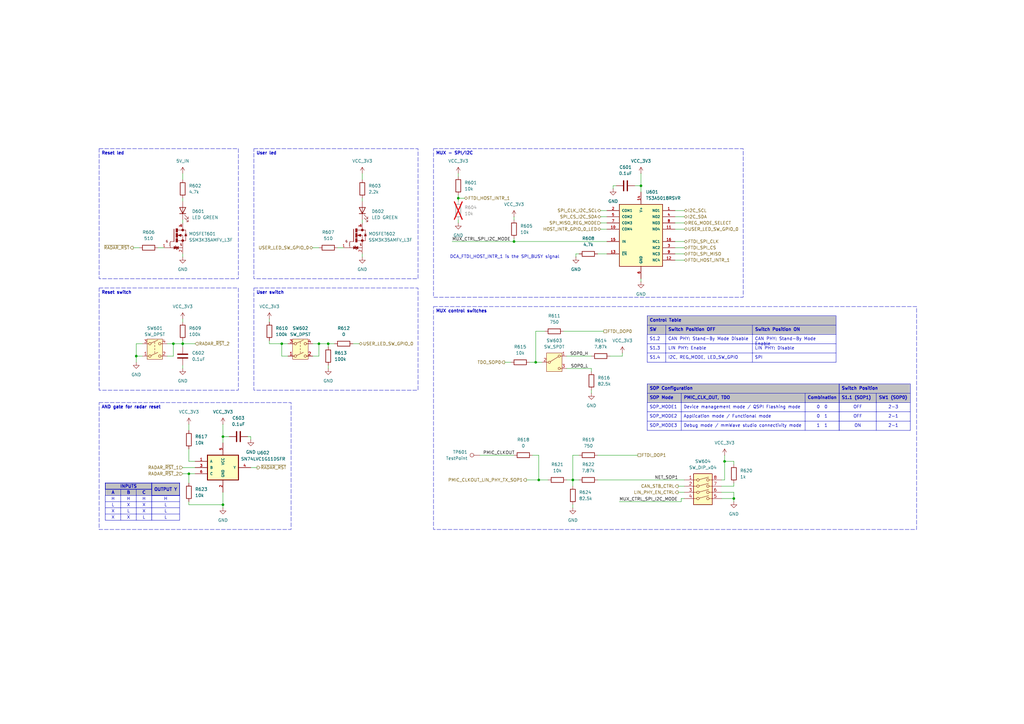
<source format=kicad_sch>
(kicad_sch (version 20250114) (generator "eeschema") (generator_version "9.0")
  (paper "A3")
  (title_block (title "Muxes") (date "2025-04-20") (rev "V1.0") (company "Designer: EV"))
  (lib_symbols
    (symbol "Connector:TestPoint" (pin_numbers (hide yes)) (pin_names (offset 0.762) (hide yes))
      (property "Reference" "TP" (at 0 6.858 0))
      (property "Value" "TestPoint" (at 0 5.08 0))
      (symbol "TestPoint_0_1"
        (circle (center 0 3.302) (radius 0.762))
      )
      (symbol "TestPoint_1_1"
        (pin passive line (at 0 0 90) (length 2.54) (name "1") (number "1"))
      )
    )
    (symbol "Device:C" (pin_numbers (hide yes)) (pin_names (offset 0.254))
      (property "Reference" "C" (at 0.635 2.54 0))
      (property "Value" "C" (at 0.635 -2.54 0))
      (symbol "C_0_1"
        (polyline (pts (xy -2.032 0.762) (xy 2.032 0.762)) (stroke (width 0.508)))
        (polyline (pts (xy -2.032 -0.762) (xy 2.032 -0.762)) (stroke (width 0.508)))
      )
      (symbol "C_1_1"
        (pin passive line (at 0 3.81 270) (length 2.794) (name "~") (number "1"))
        (pin passive line (at 0 -3.81 90) (length 2.794) (name "~") (number "2"))
      )
    )
    (symbol "Device:LED" (pin_numbers (hide yes)) (pin_names (offset 1.016) (hide yes))
      (property "Reference" "D" (at 0 2.54 0))
      (property "Value" "LED" (at 0 -2.54 0))
      (symbol "LED_0_1"
        (polyline (pts (xy -3.048 -0.762) (xy -4.572 -2.286) (xy -3.81 -2.286) (xy -4.572 -2.286) (xy -4.572 -1.524)))
        (polyline (pts (xy -1.778 -0.762) (xy -3.302 -2.286) (xy -2.54 -2.286) (xy -3.302 -2.286) (xy -3.302 -1.524)))
        (polyline (pts (xy -1.27 0) (xy 1.27 0)))
        (polyline (pts (xy -1.27 -1.27) (xy -1.27 1.27)) (stroke (width 0.254)))
        (polyline (pts (xy 1.27 -1.27) (xy 1.27 1.27) (xy -1.27 0) (xy 1.27 -1.27)) (stroke (width 0.254)))
      )
      (symbol "LED_1_1"
        (pin passive line (at -3.81 0 0) (length 2.54) (name "K") (number "1"))
        (pin passive line (at 3.81 0 180) (length 2.54) (name "A") (number "2"))
      )
    )
    (symbol "Device:R" (pin_numbers (hide yes)) (pin_names (offset 0))
      (property "Reference" "R" (at 2.032 0 90))
      (property "Value" "R" (at 0 0 90))
      (symbol "R_0_1"
        (rectangle (start -1.016 -2.54) (end 1.016 2.54) (stroke (width 0.254)))
      )
      (symbol "R_1_1"
        (pin passive line (at 0 3.81 270) (length 1.27) (name "~") (number "1"))
        (pin passive line (at 0 -3.81 90) (length 1.27) (name "~") (number "2"))
      )
    )
    (symbol "SN74LVC1G11DSFR:SN74LVC1G11DSFR" (pin_names (offset 1.016))
      (property "Reference" "U" (at 0 6.35 0))
      (property "Value" "SN74LVC1G11DSFR" (at 0 3.81 0))
      (symbol "SN74LVC1G11DSFR_0_0"
        (rectangle (start 5.08 2.54) (end 17.78 -7.62) (stroke (width 0.41)) (fill (type background)))
        (pin input line (at 0 0 0) (length 5.08) (name "A") (number "1"))
        (pin input line (at 0 -2.54 0) (length 5.08) (name "B") (number "3"))
        (pin input line (at 0 -5.08 0) (length 5.08) (name "C") (number "6"))
        (pin power_in line (at 11.43 7.62 270) (length 5.08) (name "VCC") (number "5"))
        (pin power_in line (at 11.43 -12.7 90) (length 5.08) (name "GND") (number "2"))
      )
      (symbol "SN74LVC1G11DSFR_1_0"
        (pin output line (at 22.86 -2.54 180) (length 5.08) (name "Y") (number "4"))
      )
    )
    (symbol "SSM3K35AMFV:SSM3K35AMFV_L3F" (pin_names (offset 1.016))
      (property "Reference" "MOSFET" (at 6.35 2.54 0))
      (property "Value" "SSM3K35AMFV_L3F" (at 6.35 0 0))
      (symbol "SSM3K35AMFV_L3F_0_0"
        (polyline (pts (xy -3.81 -5.08) (xy -5.08 -5.08)) (stroke (width 0.1524)))
        (polyline (pts (xy -2.794 -3.175) (xy -2.54 -3.429)) (stroke (width 0.1524)))
        (polyline (pts (xy -2.794 -3.683) (xy -2.54 -3.937)) (stroke (width 0.1524)))
        (polyline (pts (xy -2.794 -4.191) (xy -2.54 -4.445)) (stroke (width 0.1524)))
        (polyline (pts (xy -2.54 -2.54) (xy -2.54 -2.921)) (stroke (width 0.1524)))
        (polyline (pts (xy -2.54 -2.921) (xy -2.794 -3.175)) (stroke (width 0.1524)))
        (polyline (pts (xy -2.54 -3.429) (xy -2.794 -3.683)) (stroke (width 0.1524)))
        (polyline (pts (xy -2.54 -3.937) (xy -2.794 -4.191)) (stroke (width 0.1524)))
        (polyline (pts (xy -2.54 -4.445) (xy -2.54 -5.08)) (stroke (width 0.1524)))
        (polyline (pts (xy -2.54 -5.08) (xy -3.81 -5.08)) (stroke (width 0.1524)))
        (polyline (pts (xy -1.143 -5.08) (xy -2.54 -5.08)) (stroke (width 0.1524)))
        (polyline (pts (xy -1.016 2.54) (xy -1.016 -2.54)) (stroke (width 0.254)))
        (polyline (pts (xy -1.016 -2.54) (xy -2.54 -2.54)) (stroke (width 0.1524)))
        (rectangle (start -0.254 1.27) (end 0.508 2.794) (stroke (width 0.1)) (fill (type outline)))
        (rectangle (start -0.254 -0.889) (end 0.508 0.889) (stroke (width 0.1)) (fill (type outline)))
        (rectangle (start -0.254 -2.794) (end 0.508 -1.27) (stroke (width 0.1)) (fill (type outline)))
        (polyline (pts (xy -0.127 -4.572) (xy -0.508 -4.318)) (stroke (width 0.254)))
        (polyline (pts (xy -0.127 -4.572) (xy -0.127 -5.588)) (stroke (width 0.254)))
        (polyline (pts (xy -0.127 -5.08) (xy -1.016 -4.572) (xy -1.016 -5.588) (xy -0.127 -5.08)) (stroke (width 0.254)) (fill (type outline)))
        (polyline (pts (xy -0.127 -5.08) (xy 0.762 -4.572) (xy 0.762 -5.588) (xy -0.127 -5.08)) (stroke (width 0.254)) (fill (type outline)))
        (polyline (pts (xy -0.127 -5.588) (xy 0.254 -5.842)) (stroke (width 0.254)))
        (polyline (pts (xy 0.381 0) (xy 2.54 0)) (stroke (width 0.1524)))
        (polyline (pts (xy 0.508 -2.159) (xy 2.54 -2.159)) (stroke (width 0.1524)))
        (polyline (pts (xy 0.635 0) (xy 1.905 -0.508) (xy 1.905 0.508) (xy 0.635 0)) (stroke (width 0.1524)) (fill (type outline)))
        (polyline (pts (xy 0.889 -5.08) (xy 2.54 -5.08)) (stroke (width 0.1524)))
        (polyline (pts (xy 2.54 2.54) (xy 2.54 2.159)) (stroke (width 0.1524)))
        (polyline (pts (xy 2.54 2.159) (xy 0.5334 2.159)) (stroke (width 0.1524)))
        (circle (center 2.54 2.159) (radius 0.127) (stroke (width 0.4064)))
        (polyline (pts (xy 2.54 0) (xy 2.54 -2.159)) (stroke (width 0.1524)))
        (polyline (pts (xy 2.54 -2.159) (xy 2.54 -2.54)) (stroke (width 0.1524)))
        (circle (center 2.54 -2.159) (radius 0.127) (stroke (width 0.4064)))
        (polyline (pts (xy 2.54 -5.08) (xy 2.54 -1.778)) (stroke (width 0.1524)))
        (polyline (pts (xy 3.302 0.508) (xy 3.81 0.508)) (stroke (width 0.1524)))
        (polyline (pts (xy 3.81 2.159) (xy 2.54 2.159)) (stroke (width 0.1524)))
        (polyline (pts (xy 3.81 0.508) (xy 3.81 2.159)) (stroke (width 0.1524)))
        (polyline (pts (xy 3.81 0.508) (xy 4.318 0.508)) (stroke (width 0.1524)))
        (polyline (pts (xy 3.81 0.508) (xy 3.302 -0.254) (xy 4.318 -0.254) (xy 3.81 0.508)) (stroke (width 0.1524)) (fill (type outline)))
        (polyline (pts (xy 3.81 -2.159) (xy 2.54 -2.159)) (stroke (width 0.1524)))
        (polyline (pts (xy 3.81 -2.159) (xy 3.81 -0.127)) (stroke (width 0.1524)))
        (text "G" (at -4.445 -2.921 0) (effects (font (size 0.8128 0.8128)) (justify left bottom)))
        (text "D" (at 1.397 3.556 0) (effects (font (size 0.8128 0.8128)) (justify left bottom)))
        (text "S" (at 1.397 -4.318 0) (effects (font (size 0.8128 0.8128)) (justify left bottom)))
        (pin passive line (at -5.08 -5.08 0) (length 0) (name "~") (number "1"))
        (pin passive line (at 2.54 5.08 270) (length 2.54) (name "~") (number "3"))
        (pin passive line (at 2.54 -7.62 90) (length 2.54) (name "~") (number "2"))
      )
    )
    (symbol "Switch:SW_DIP_x04" (pin_names (offset 0) (hide yes))
      (property "Reference" "SW" (at 0 8.89 0))
      (property "Value" "SW_DIP_x04" (at 0 -6.35 0))
      (symbol "SW_DIP_x04_0_0"
        (circle (center -2.032 5.08) (radius 0.508))
        (circle (center -2.032 2.54) (radius 0.508))
        (circle (center -2.032 0) (radius 0.508))
        (circle (center -2.032 -2.54) (radius 0.508))
        (polyline (pts (xy -1.524 5.207) (xy 2.3622 6.2484)))
        (polyline (pts (xy -1.524 2.667) (xy 2.3622 3.7084)))
        (polyline (pts (xy -1.524 0.127) (xy 2.3622 1.1684)))
        (polyline (pts (xy -1.524 -2.3876) (xy 2.3622 -1.3462)))
        (circle (center 2.032 5.08) (radius 0.508))
        (circle (center 2.032 2.54) (radius 0.508))
        (circle (center 2.032 0) (radius 0.508))
        (circle (center 2.032 -2.54) (radius 0.508))
      )
      (symbol "SW_DIP_x04_0_1"
        (rectangle (start -3.81 7.62) (end 3.81 -5.08) (stroke (width 0.254)) (fill (type background)))
      )
      (symbol "SW_DIP_x04_1_1"
        (pin passive line (at -7.62 5.08 0) (length 5.08) (name "~") (number "1"))
        (pin passive line (at -7.62 2.54 0) (length 5.08) (name "~") (number "2"))
        (pin passive line (at -7.62 0 0) (length 5.08) (name "~") (number "3"))
        (pin passive line (at -7.62 -2.54 0) (length 5.08) (name "~") (number "4"))
        (pin passive line (at 7.62 5.08 180) (length 5.08) (name "~") (number "8"))
        (pin passive line (at 7.62 2.54 180) (length 5.08) (name "~") (number "7"))
        (pin passive line (at 7.62 0 180) (length 5.08) (name "~") (number "6"))
        (pin passive line (at 7.62 -2.54 180) (length 5.08) (name "~") (number "5"))
      )
    )
    (symbol "Switch:SW_DPST" (pin_names (offset 0) (hide yes))
      (property "Reference" "SW" (at 0 6.35 0))
      (property "Value" "SW_DPST" (at 0 -5.08 0))
      (symbol "SW_DPST_0_0"
        (circle (center -2.032 2.54) (radius 0.508))
        (circle (center -2.032 -2.54) (radius 0.508))
        (polyline (pts (xy -1.524 2.794) (xy 1.27 4.064)))
        (polyline (pts (xy -1.524 -2.286) (xy 1.27 -1.016)))
        (polyline (pts (xy 0 2.54) (xy 0 3.175)))
        (polyline (pts (xy 0 1.27) (xy 0 1.905)))
        (polyline (pts (xy 0 0) (xy 0 0.635)))
        (polyline (pts (xy 0 -1.27) (xy 0 -0.635)))
        (circle (center 2.032 2.54) (radius 0.508))
        (circle (center 2.032 -2.54) (radius 0.508))
      )
      (symbol "SW_DPST_1_1"
        (rectangle (start -3.175 4.445) (end 3.175 -3.81) (fill (type background)))
        (pin passive line (at -5.08 2.54 0) (length 2.54) (name "3") (number "3"))
        (pin passive line (at -5.08 -2.54 0) (length 2.54) (name "1") (number "1"))
        (pin passive line (at 5.08 2.54 180) (length 2.54) (name "4") (number "4"))
        (pin passive line (at 5.08 -2.54 180) (length 2.54) (name "2") (number "2"))
      )
    )
    (symbol "Switch:SW_SPDT" (pin_names (offset 0) (hide yes))
      (property "Reference" "SW" (at 0 5.08 0))
      (property "Value" "SW_SPDT" (at 0 -5.08 0))
      (symbol "SW_SPDT_0_1"
        (circle (center -2.032 0) (radius 0.4572))
        (polyline (pts (xy -1.651 0.254) (xy 1.651 2.286)))
        (circle (center 2.032 2.54) (radius 0.4572))
        (circle (center 2.032 -2.54) (radius 0.4572))
      )
      (symbol "SW_SPDT_1_1"
        (rectangle (start -3.175 3.81) (end 3.175 -3.81) (fill (type background)))
        (pin passive line (at -5.08 0 0) (length 2.54) (name "B") (number "2"))
        (pin passive line (at 5.08 2.54 180) (length 2.54) (name "A") (number "1"))
        (pin passive line (at 5.08 -2.54 180) (length 2.54) (name "C") (number "3"))
      )
    )
    (symbol "TS3A5018RSVR:TS3A5018RSVR" (pin_names (offset 1.016))
      (property "Reference" "U" (at 15.24 6.35 0))
      (property "Value" "TS3A5018RSVR" (at 15.24 5.08 0))
      (symbol "TS3A5018RSVR_0_0"
        (rectangle (start 5.08 2.54) (end 22.86 -22.86) (stroke (width 0.254)) (fill (type background)))
        (pin bidirectional line (at 0 0 0) (length 5.08) (name "COM1") (number "2"))
        (pin bidirectional line (at 0 -2.54 0) (length 5.08) (name "COM2") (number "5"))
        (pin bidirectional line (at 0 -5.08 0) (length 5.08) (name "COM3") (number "7"))
        (pin bidirectional line (at 0 -7.62 0) (length 5.08) (name "COM4") (number "10"))
        (pin input line (at 0 -12.7 0) (length 5.08) (name "IN") (number "15"))
        (pin input line (at 0 -17.78 0) (length 5.08) (name "~{EN}") (number "13"))
        (pin power_in line (at 13.97 7.62 270) (length 5.08) (name "V+") (number "14"))
        (pin power_in line (at 13.97 -27.94 90) (length 5.08) (name "GND") (number "6"))
        (pin bidirectional line (at 27.94 0 180) (length 5.08) (name "NO1") (number "1"))
        (pin bidirectional line (at 27.94 -2.54 180) (length 5.08) (name "NO2") (number "4"))
        (pin bidirectional line (at 27.94 -5.08 180) (length 5.08) (name "NO3") (number "8"))
        (pin bidirectional line (at 27.94 -7.62 180) (length 5.08) (name "NO4") (number "11"))
        (pin bidirectional line (at 27.94 -12.7 180) (length 5.08) (name "NC1") (number "16"))
        (pin bidirectional line (at 27.94 -15.24 180) (length 5.08) (name "NC2") (number "3"))
        (pin bidirectional line (at 27.94 -17.78 180) (length 5.08) (name "NC3") (number "9"))
        (pin bidirectional line (at 27.94 -20.32 180) (length 5.08) (name "NC4") (number "12"))
      )
    )
    (symbol "power:GND" (power) (pin_numbers (hide yes)) (pin_names (offset 0) (hide yes))
      (property "Value" "GND" (at 0 -3.81 0))
      (symbol "GND_0_1"
        (polyline (pts (xy 0 0) (xy 0 -1.27) (xy 1.27 -1.27) (xy 0 -2.54) (xy -1.27 -1.27) (xy 0 -1.27)))
      )
      (symbol "GND_1_1"
        (pin power_in line (at 0 0 270) (length 0) (name "~") (number "1"))
      )
    )
    (symbol "power:VBUS" (power) (pin_numbers (hide yes)) (pin_names (offset 0) (hide yes))
      (property "Value" "VBUS" (at 0 3.556 0))
      (symbol "VBUS_0_1"
        (polyline (pts (xy -0.762 1.27) (xy 0 2.54)))
        (polyline (pts (xy 0 2.54) (xy 0.762 1.27)))
        (polyline (pts (xy 0 0) (xy 0 2.54)))
      )
      (symbol "VBUS_1_1"
        (pin power_in line (at 0 0 90) (length 0) (name "~") (number "1"))
      )
    )
  )
  (text "DCA_FTDI_HOST_INTR_1 is the SPI_BUSY signal" (at 207.01 105.41 0) (effects (font (size 1.27 1.27))))
  (text_box "AND gate for radar reset" (at 40.64 165.1 0) (size 78.74 52.07) (margins 0.9525 0.9525 0.9525 0.9525) (stroke (width 0) (type dash)) (effects (font (size 1.27 1.27) (thickness 0.254) (bold yes)) (justify left top)))
  (text_box "Reset led" (at 40.64 60.96 0) (size 57.15 53.34) (margins 0.9525 0.9525 0.9525 0.9525) (stroke (width 0) (type dash)) (effects (font (size 1.27 1.27) (thickness 0.254) (bold yes)) (justify left top)))
  (text_box "MUX - SPI/I2C" (at 177.8 60.96 0) (size 127 60.96) (margins 0.9525 0.9525 0.9525 0.9525) (stroke (width 0) (type dash)) (effects (font (size 1.27 1.27) (thickness 0.254) (bold yes)) (justify left top)))
  (text_box "Reset switch" (at 40.64 118.11 0) (size 57.15 41.91) (margins 0.9525 0.9525 0.9525 0.9525) (stroke (width 0) (type dash)) (effects (font (size 1.27 1.27) (thickness 0.254) (bold yes)) (justify left top)))
  (text_box "User led" (at 104.14 60.96 0) (size 67.31 53.34) (margins 0.9525 0.9525 0.9525 0.9525) (stroke (width 0) (type dash)) (effects (font (size 1.27 1.27) (thickness 0.254) (bold yes)) (justify left top)))
  (text_box "MUX control switches" (at 177.8 125.73 0) (size 198.12 91.44) (margins 0.9525 0.9525 0.9525 0.9525) (stroke (width 0) (type dash)) (effects (font (size 1.27 1.27) (thickness 0.254) (bold yes)) (justify left top)))
  (text_box "User switch" (at 104.14 118.11 0) (size 67.31 41.91) (margins 0.9525 0.9525 0.9525 0.9525) (stroke (width 0) (type dash)) (effects (font (size 1.27 1.27) (thickness 0.254) (bold yes)) (justify left top)))
  (junction (at 77.47 194.31))
  (junction (at 130.81 140.97))
  (junction (at 91.44 207.01))
  (junction (at 71.12 140.97))
  (junction (at 74.93 140.97))
  (junction (at 55.88 146.05))
  (junction (at 220.98 196.85))
  (junction (at 234.95 196.85))
  (junction (at 210.82 99.06))
  (junction (at 134.62 140.97))
  (junction (at 187.96 81.28))
  (junction (at 300.99 204.47))
  (junction (at 262.89 76.2))
  (junction (at 297.18 189.23))
  (junction (at 115.57 140.97))
  (junction (at 219.71 148.59))
  (junction (at 91.44 179.07))
  (wire (pts (xy 234.95 196.85) (xy 234.95 199.39)))
  (wire (pts (xy 77.47 189.23) (xy 80.01 189.23)))
  (wire (pts (xy 77.47 194.31) (xy 80.01 194.31)))
  (wire (pts (xy 148.59 71.12) (xy 148.59 73.66)))
  (wire (pts (xy 74.93 139.7) (xy 74.93 140.97)))
  (wire (pts (xy 242.57 151.13) (xy 242.57 152.4)))
  (wire (pts (xy 297.18 189.23) (xy 297.18 196.85)))
  (wire (pts (xy 74.93 90.17) (xy 74.93 91.44)))
  (wire (pts (xy 232.41 146.05) (xy 242.57 146.05)))
  (wire (pts (xy 234.95 207.01) (xy 234.95 208.28)))
  (wire (pts (xy 115.57 140.97) (xy 115.57 146.05)))
  (wire (pts (xy 219.71 148.59) (xy 222.25 148.59)))
  (wire (pts (xy 295.91 199.39) (xy 300.99 199.39)))
  (wire (pts (xy 217.17 148.59) (xy 219.71 148.59)))
  (wire (pts (xy 251.46 77.47) (xy 251.46 76.2)))
  (wire (pts (xy 234.95 196.85) (xy 237.49 196.85)))
  (wire (pts (xy 246.38 88.9) (xy 248.92 88.9)))
  (wire (pts (xy 276.86 86.36) (xy 280.67 86.36)))
  (wire (pts (xy 219.71 135.89) (xy 219.71 148.59)))
  (wire (pts (xy 148.59 90.17) (xy 148.59 91.44)))
  (wire (pts (xy 187.96 81.28) (xy 190.5 81.28)))
  (wire (pts (xy 74.93 149.86) (xy 74.93 151.13)))
  (wire (pts (xy 237.49 186.69) (xy 234.95 186.69)))
  (wire (pts (xy 101.6 179.07) (xy 102.87 179.07)))
  (wire (pts (xy 74.93 140.97) (xy 71.12 140.97)))
  (wire (pts (xy 74.93 194.31) (xy 77.47 194.31)))
  (wire (pts (xy 74.93 140.97) (xy 74.93 142.24)))
  (wire (pts (xy 260.35 76.2) (xy 262.89 76.2)))
  (wire (pts (xy 300.99 204.47) (xy 300.99 201.93)))
  (wire (pts (xy 55.88 148.59) (xy 55.88 146.05)))
  (wire (pts (xy 130.81 140.97) (xy 134.62 140.97)))
  (wire (pts (xy 246.38 86.36) (xy 248.92 86.36)))
  (wire (pts (xy 279.4 205.74) (xy 254 205.74)))
  (wire (pts (xy 246.38 91.44) (xy 248.92 91.44)))
  (wire (pts (xy 55.88 140.97) (xy 58.42 140.97)))
  (wire (pts (xy 255.27 146.05) (xy 250.19 146.05)))
  (wire (pts (xy 74.93 71.12) (xy 74.93 73.66)))
  (wire (pts (xy 276.86 93.98) (xy 280.67 93.98)))
  (wire (pts (xy 276.86 88.9) (xy 280.67 88.9)))
  (wire (pts (xy 138.43 101.6) (xy 140.97 101.6)))
  (wire (pts (xy 218.44 186.69) (xy 220.98 186.69)))
  (wire (pts (xy 64.77 101.6) (xy 67.31 101.6)))
  (wire (pts (xy 276.86 106.68) (xy 280.67 106.68)))
  (wire (pts (xy 55.88 146.05) (xy 55.88 140.97)))
  (wire (pts (xy 196.85 186.69) (xy 210.82 186.69)))
  (wire (pts (xy 231.14 135.89) (xy 247.65 135.89)))
  (wire (pts (xy 91.44 179.07) (xy 91.44 181.61)))
  (wire (pts (xy 245.11 104.14) (xy 248.92 104.14)))
  (wire (pts (xy 68.58 146.05) (xy 71.12 146.05)))
  (wire (pts (xy 223.52 135.89) (xy 219.71 135.89)))
  (wire (pts (xy 148.59 81.28) (xy 148.59 82.55)))
  (wire (pts (xy 115.57 140.97) (xy 118.11 140.97)))
  (wire (pts (xy 300.99 189.23) (xy 297.18 189.23)))
  (wire (pts (xy 245.11 186.69) (xy 261.62 186.69)))
  (wire (pts (xy 295.91 204.47) (xy 300.99 204.47)))
  (wire (pts (xy 300.99 205.74) (xy 300.99 204.47)))
  (wire (pts (xy 77.47 207.01) (xy 77.47 205.74)))
  (wire (pts (xy 220.98 196.85) (xy 224.79 196.85)))
  (wire (pts (xy 276.86 91.44) (xy 280.67 91.44)))
  (wire (pts (xy 210.82 97.79) (xy 210.82 99.06)))
  (wire (pts (xy 74.93 191.77) (xy 80.01 191.77)))
  (wire (pts (xy 185.42 99.06) (xy 210.82 99.06)))
  (wire (pts (xy 242.57 160.02) (xy 242.57 161.29)))
  (wire (pts (xy 77.47 184.15) (xy 77.47 189.23)))
  (wire (pts (xy 262.89 114.3) (xy 262.89 115.57)))
  (wire (pts (xy 130.81 146.05) (xy 130.81 140.97)))
  (wire (pts (xy 134.62 140.97) (xy 134.62 142.24)))
  (wire (pts (xy 118.11 146.05) (xy 115.57 146.05)))
  (wire (pts (xy 77.47 207.01) (xy 91.44 207.01)))
  (wire (pts (xy 74.93 81.28) (xy 74.93 82.55)))
  (wire (pts (xy 276.86 99.06) (xy 280.67 99.06)))
  (wire (pts (xy 300.99 190.5) (xy 300.99 189.23)))
  (wire (pts (xy 236.22 104.14) (xy 236.22 105.41)))
  (wire (pts (xy 74.93 140.97) (xy 80.01 140.97)))
  (wire (pts (xy 210.82 99.06) (xy 248.92 99.06)))
  (wire (pts (xy 134.62 149.86) (xy 134.62 151.13)))
  (wire (pts (xy 77.47 173.99) (xy 77.47 176.53)))
  (wire (pts (xy 234.95 186.69) (xy 234.95 196.85)))
  (wire (pts (xy 187.96 81.28) (xy 187.96 82.55)))
  (wire (pts (xy 210.82 88.9) (xy 210.82 90.17)))
  (wire (pts (xy 276.86 101.6) (xy 280.67 101.6)))
  (wire (pts (xy 300.99 198.12) (xy 300.99 199.39)))
  (wire (pts (xy 220.98 186.69) (xy 220.98 196.85)))
  (wire (pts (xy 128.27 101.6) (xy 130.81 101.6)))
  (wire (pts (xy 91.44 179.07) (xy 93.98 179.07)))
  (wire (pts (xy 55.88 146.05) (xy 58.42 146.05)))
  (wire (pts (xy 128.27 146.05) (xy 130.81 146.05)))
  (wire (pts (xy 128.27 140.97) (xy 130.81 140.97)))
  (wire (pts (xy 91.44 201.93) (xy 91.44 207.01)))
  (wire (pts (xy 74.93 104.14) (xy 74.93 105.41)))
  (wire (pts (xy 297.18 186.69) (xy 297.18 189.23)))
  (wire (pts (xy 278.13 199.39) (xy 280.67 199.39)))
  (wire (pts (xy 251.46 76.2) (xy 252.73 76.2)))
  (wire (pts (xy 91.44 207.01) (xy 91.44 208.28)))
  (wire (pts (xy 262.89 71.12) (xy 262.89 76.2)))
  (wire (pts (xy 54.61 101.6) (xy 57.15 101.6)))
  (wire (pts (xy 77.47 194.31) (xy 77.47 198.12)))
  (wire (pts (xy 110.49 130.81) (xy 110.49 132.08)))
  (wire (pts (xy 215.9 196.85) (xy 220.98 196.85)))
  (wire (pts (xy 187.96 80.01) (xy 187.96 81.28)))
  (wire (pts (xy 245.11 196.85) (xy 280.67 196.85)))
  (wire (pts (xy 280.67 204.47) (xy 279.4 204.47)))
  (wire (pts (xy 91.44 173.99) (xy 91.44 179.07)))
  (wire (pts (xy 74.93 130.81) (xy 74.93 132.08)))
  (wire (pts (xy 71.12 140.97) (xy 68.58 140.97)))
  (wire (pts (xy 102.87 179.07) (xy 102.87 180.34)))
  (wire (pts (xy 110.49 139.7) (xy 110.49 140.97)))
  (wire (pts (xy 246.38 93.98) (xy 248.92 93.98)))
  (wire (pts (xy 102.87 191.77) (xy 105.41 191.77)))
  (wire (pts (xy 278.13 201.93) (xy 280.67 201.93)))
  (wire (pts (xy 297.18 196.85) (xy 295.91 196.85)))
  (wire (pts (xy 232.41 196.85) (xy 234.95 196.85)))
  (wire (pts (xy 187.96 90.17) (xy 187.96 91.44)))
  (wire (pts (xy 207.01 148.59) (xy 209.55 148.59)))
  (wire (pts (xy 148.59 104.14) (xy 148.59 105.41)))
  (wire (pts (xy 71.12 140.97) (xy 71.12 146.05)))
  (wire (pts (xy 232.41 151.13) (xy 242.57 151.13)))
  (wire (pts (xy 255.27 146.05) (xy 255.27 144.78)))
  (wire (pts (xy 276.86 104.14) (xy 280.67 104.14)))
  (wire (pts (xy 110.49 140.97) (xy 115.57 140.97)))
  (wire (pts (xy 134.62 140.97) (xy 137.16 140.97)))
  (wire (pts (xy 237.49 104.14) (xy 236.22 104.14)))
  (wire (pts (xy 295.91 201.93) (xy 300.99 201.93)))
  (wire (pts (xy 144.78 140.97) (xy 147.32 140.97)))
  (wire (pts (xy 262.89 76.2) (xy 262.89 78.74)))
  (wire (pts (xy 187.96 72.39) (xy 187.96 71.12)))
  (wire (pts (xy 279.4 204.47) (xy 279.4 205.74)))
  (table (column_count 1) (border (external yes) (header yes)) (separators (rows yes) (cols yes)) (column_widths 19.05) (row_heights 2.54) (cells (table_cell "INPUTS" (at 43.18 198.12 0) (size 19.05 2.54) (margins 0.9525 0.9525 0.9525 0.9525) (span 1 1) (fill (type color) (color 194 194 194 1)))))
  (table (column_count 2) (border (external yes) (header yes)) (separators (rows yes) (cols yes)) (column_widths 15.24 13.97) (row_heights 3.81 3.81 3.81 3.81 3.81) (cells (table_cell "Switch Position" (at 344.17 157.48 0) (size 29.21 3.81) (margins 0.9525 0.9525 0.9525 0.9525) (span 2 1) (fill (type color) (color 194 194 194 1))) (table_cell "rgb(240, 240, 240)" (at 359.41 157.48 0) (size 13.97 3.81) (margins 0.9525 0.9525 0.9525 0.9525) (span 0 0)) (table_cell "S1.1 (SOP1)" (at 344.17 161.29 0) (size 15.24 3.81) (margins 0.9525 0.9525 0.9525 0.9525) (span 1 1) (fill (type color) (color 194 194 194 1))) (table_cell "SW1 (SOP0)" (at 359.41 161.29 0) (size 13.97 3.81) (margins 0.9525 0.9525 0.9525 0.9525) (span 1 1) (fill (type color) (color 194 194 194 1))) (table_cell "OFF" (at 344.17 165.1 0) (size 15.24 3.81) (margins 0.9525 0.9525 0.9525 0.9525) (span 1 1)) (table_cell "2-3" (at 359.41 165.1 0) (size 13.97 3.81) (margins 0.9525 0.9525 0.9525 0.9525) (span 1 1)) (table_cell "OFF" (at 344.17 168.91 0) (size 15.24 3.81) (margins 0.9525 0.9525 0.9525 0.9525) (span 1 1)) (table_cell "2-1" (at 359.41 168.91 0) (size 13.97 3.81) (margins 0.9525 0.9525 0.9525 0.9525) (span 1 1)) (table_cell "ON" (at 344.17 172.72 0) (size 15.24 3.81) (margins 0.9525 0.9525 0.9525 0.9525) (span 1 1)) (table_cell "2-1" (at 359.41 172.72 0) (size 13.97 3.81) (margins 0.9525 0.9525 0.9525 0.9525) (span 1 1))))
  (table (column_count 1) (border (external yes) (header yes)) (separators (rows yes) (cols yes)) (column_widths 11.43) (row_heights 3.81 1.27) (cells (table_cell "OUTPUT Y" (at 62.23 198.12 0) (size 11.43 5.08) (margins 0.9525 0.9525 0.9525 0.9525) (span 1 2) (fill (type color) (color 194 194 194 1))) (table_cell "" (at 62.23 201.93 0) (size 11.43 1.27) (margins 0.9525 0.9525 0.9525 0.9525) (span 0 0))))
  (table (column_count 3) (border (external yes) (header yes)) (separators (rows yes) (cols yes)) (column_widths 13.97 50.8 13.97) (row_heights 3.81 3.81 3.81 3.81 3.81) (cells (table_cell "SOP Configuration" (at 265.43 157.48 0) (size 78.74 3.81) (margins 0.9525 0.9525 0.9525 0.9525) (span 3 1) (fill (type color) (color 194 194 194 1))) (table_cell "rgb(240, 240, 240)" (at 279.4 157.48 0) (size 50.8 3.81) (margins 0.9525 0.9525 0.9525 0.9525) (span 0 0)) (table_cell "rgb(240, 240, 240)" (at 330.2 157.48 0) (size 13.97 3.81) (margins 0.9525 0.9525 0.9525 0.9525) (span 0 0)) (table_cell "SOP Mode" (at 265.43 161.29 0) (size 13.97 3.81) (margins 0.9525 0.9525 0.9525 0.9525) (span 1 1) (fill (type color) (color 194 194 194 1))) (table_cell "PMIC_CLK_OUT, TDO" (at 279.4 161.29 0) (size 50.8 3.81) (margins 0.9525 0.9525 0.9525 0.9525) (span 1 1) (fill (type color) (color 194 194 194 1))) (table_cell "Combination" (at 330.2 161.29 0) (size 13.97 3.81) (margins 0.9525 0.9525 0.9525 0.9525) (span 1 1) (fill (type color) (color 194 194 194 1))) (table_cell "SOP_MODE1" (at 265.43 165.1 0) (size 13.97 3.81) (margins 0.9525 0.9525 0.9525 0.9525) (span 1 1)) (table_cell "Device management mode / QSPI Flashing mode" (at 279.4 165.1 0) (size 50.8 3.81) (margins 0.9525 0.9525 0.9525 0.9525) (span 1 1)) (table_cell "0  0" (at 330.2 165.1 0) (size 13.97 3.81) (margins 0.9525 0.9525 0.9525 0.9525) (span 1 1)) (table_cell "SOP_MODE2" (at 265.43 168.91 0) (size 13.97 3.81) (margins 0.9525 0.9525 0.9525 0.9525) (span 1 1)) (table_cell "Application mode / Functional mode" (at 279.4 168.91 0) (size 50.8 3.81) (margins 0.9525 0.9525 0.9525 0.9525) (span 1 1)) (table_cell "0  1" (at 330.2 168.91 0) (size 13.97 3.81) (margins 0.9525 0.9525 0.9525 0.9525) (span 1 1)) (table_cell "SOP_MODE3" (at 265.43 172.72 0) (size 13.97 3.81) (margins 0.9525 0.9525 0.9525 0.9525) (span 1 1)) (table_cell "Debug mode / mmWave studio connectivity mode" (at 279.4 172.72 0) (size 50.8 3.81) (margins 0.9525 0.9525 0.9525 0.9525) (span 1 1)) (table_cell "1  1" (at 330.2 172.72 0) (size 13.97 3.81) (margins 0.9525 0.9525 0.9525 0.9525) (span 1 1))))
  (table (column_count 3) (border (external yes) (header yes)) (separators (rows yes) (cols yes)) (column_widths 7.62 35.56 34.29) (row_heights 3.81 3.81 3.81 3.81 3.81) (cells (table_cell "Control Table" (at 265.43 129.54 0) (size 77.47 3.81) (margins 0.9525 0.9525 0.9525 0.9525) (span 3 1) (fill (type color) (color 194 194 194 1))) (table_cell "rgb(240, 240, 240)" (at 273.05 129.54 0) (size 35.56 3.81) (margins 0.9525 0.9525 0.9525 0.9525) (span 0 0)) (table_cell "rgb(240, 240, 240)" (at 308.61 129.54 0) (size 34.29 3.81) (margins 0.9525 0.9525 0.9525 0.9525) (span 0 0)) (table_cell "SW" (at 265.43 133.35 0) (size 7.62 3.81) (margins 0.9525 0.9525 0.9525 0.9525) (span 1 1) (fill (type color) (color 194 194 194 1))) (table_cell "Switch Position OFF" (at 273.05 133.35 0) (size 35.56 3.81) (margins 0.9525 0.9525 0.9525 0.9525) (span 1 1) (fill (type color) (color 194 194 194 1))) (table_cell "Switch Position ON" (at 308.61 133.35 0) (size 34.29 3.81) (margins 0.9525 0.9525 0.9525 0.9525) (span 1 1) (fill (type color) (color 194 194 194 1))) (table_cell "S1.2" (at 265.43 137.16 0) (size 7.62 3.81) (margins 0.9525 0.9525 0.9525 0.9525) (span 1 1)) (table_cell "CAN PHY: Stand-By Mode Disable" (at 273.05 137.16 0) (size 35.56 3.81) (margins 0.9525 0.9525 0.9525 0.9525) (span 1 1)) (table_cell "CAN PHY: Stand-By Mode Enable" (at 308.61 137.16 0) (size 34.29 3.81) (margins 0.9525 0.9525 0.9525 0.9525) (span 1 1)) (table_cell "S1.3" (at 265.43 140.97 0) (size 7.62 3.81) (margins 0.9525 0.9525 0.9525 0.9525) (span 1 1)) (table_cell "LIN PHY: Enable" (at 273.05 140.97 0) (size 35.56 3.81) (margins 0.9525 0.9525 0.9525 0.9525) (span 1 1)) (table_cell "LIN PHY: Disable" (at 308.61 140.97 0) (size 34.29 3.81) (margins 0.9525 0.9525 0.9525 0.9525) (span 1 1)) (table_cell "S1.4" (at 265.43 144.78 0) (size 7.62 3.81) (margins 0.9525 0.9525 0.9525 0.9525) (span 1 1)) (table_cell "I2C, REG_MODE, LED_SW_GPIO" (at 273.05 144.78 0) (size 35.56 3.81) (margins 0.9525 0.9525 0.9525 0.9525) (span 1 1)) (table_cell "SPI" (at 308.61 144.78 0) (size 34.29 3.81) (margins 0.9525 0.9525 0.9525 0.9525) (span 1 1))))
  (table (column_count 3) (border (external yes) (header yes)) (separators (rows yes) (cols yes)) (column_widths 6.35 6.35 6.35) (row_heights 2.54 2.54 2.54 2.54 2.54) (cells (table_cell "A" (at 43.18 200.66 0) (size 6.35 2.54) (margins 0.9525 0.9525 0.9525 0.9525) (span 1 1) (fill (type color) (color 194 194 194 1))) (table_cell "B" (at 49.53 200.66 0) (size 6.35 2.54) (margins 0.9525 0.9525 0.9525 0.9525) (span 1 1) (fill (type color) (color 194 194 194 1))) (table_cell "C" (at 55.88 200.66 0) (size 6.35 2.54) (margins 0.9525 0.9525 0.9525 0.9525) (span 1 1) (fill (type color) (color 194 194 194 1))) (table_cell "H" (at 43.18 203.2 0) (size 6.35 2.54) (margins 0.9525 0.9525 0.9525 0.9525) (span 1 1)) (table_cell "H" (at 49.53 203.2 0) (size 6.35 2.54) (margins 0.9525 0.9525 0.9525 0.9525) (span 1 1)) (table_cell "H" (at 55.88 203.2 0) (size 6.35 2.54) (margins 0.9525 0.9525 0.9525 0.9525) (span 1 1)) (table_cell "L" (at 43.18 205.74 0) (size 6.35 2.54) (margins 0.9525 0.9525 0.9525 0.9525) (span 1 1)) (table_cell "X" (at 49.53 205.74 0) (size 6.35 2.54) (margins 0.9525 0.9525 0.9525 0.9525) (span 1 1)) (table_cell "X" (at 55.88 205.74 0) (size 6.35 2.54) (margins 0.9525 0.9525 0.9525 0.9525) (span 1 1)) (table_cell "X" (at 43.18 208.28 0) (size 6.35 2.54) (margins 0.9525 0.9525 0.9525 0.9525) (span 1 1)) (table_cell "L" (at 49.53 208.28 0) (size 6.35 2.54) (margins 0.9525 0.9525 0.9525 0.9525) (span 1 1)) (table_cell "X" (at 55.88 208.28 0) (size 6.35 2.54) (margins 0.9525 0.9525 0.9525 0.9525) (span 1 1)) (table_cell "X" (at 43.18 210.82 0) (size 6.35 2.54) (margins 0.9525 0.9525 0.9525 0.9525) (span 1 1)) (table_cell "X" (at 49.53 210.82 0) (size 6.35 2.54) (margins 0.9525 0.9525 0.9525 0.9525) (span 1 1)) (table_cell "L" (at 55.88 210.82 0) (size 6.35 2.54) (margins 0.9525 0.9525 0.9525 0.9525) (span 1 1))))
  (table (column_count 1) (border (external yes) (header yes)) (separators (rows yes) (cols yes)) (column_widths 11.43) (row_heights 2.54 2.54 2.54 2.54) (cells (table_cell "H" (at 62.23 203.2 0) (size 11.43 2.54) (margins 0.9525 0.9525 0.9525 0.9525) (span 1 1)) (table_cell "L" (at 62.23 205.74 0) (size 11.43 2.54) (margins 0.9525 0.9525 0.9525 0.9525) (span 1 1)) (table_cell "L" (at 62.23 208.28 0) (size 11.43 2.54) (margins 0.9525 0.9525 0.9525 0.9525) (span 1 1)) (table_cell "L" (at 62.23 210.82 0) (size 11.43 2.54) (margins 0.9525 0.9525 0.9525 0.9525) (span 1 1))))
  (label "MUX_CTRL_SPI_I2C_MODE" (at 254 205.74 0))
  (label "NET_SOP1" (at 278.13 196.85 180))
  (label "MUX_CTRL_SPI_I2C_MODE" (at 185.42 99.06 0))
  (label "SOP0_H" (at 241.3 146.05 180))
  (label "PMIC_CLKOUT" (at 198.12 186.69 0))
  (label "SOP0_L" (at 241.3 151.13 180))
  (hierarchical_label "FTDI_HOST_INTR_1" (shape bidirectional) (at 190.5 81.28 0))
  (hierarchical_label "CAN_STB_CTRL" (shape output) (at 278.13 199.39 180))
  (hierarchical_label "FTDI_DOP1" (shape passive) (at 261.62 186.69 0))
  (hierarchical_label "FTDI_HOST_INTR_1" (shape bidirectional) (at 280.67 106.68 0))
  (hierarchical_label "USER_LED_SW_GPIO_0" (shape bidirectional) (at 128.27 101.6 180))
  (hierarchical_label "USER_LED_SW_GPIO_0" (shape bidirectional) (at 280.67 93.98 0))
  (hierarchical_label "TDO_SOP0" (shape output) (at 207.01 148.59 180))
  (hierarchical_label "SPI_CS_I2C_SDA" (shape bidirectional) (at 246.38 88.9 180))
  (hierarchical_label "I2C_SDA" (shape bidirectional) (at 280.67 88.9 0))
  (hierarchical_label "RADAR_~{RST}_2" (shape input) (at 74.93 194.31 180))
  (hierarchical_label "LIN_PHY_EN_CTRL" (shape output) (at 278.13 201.93 180))
  (hierarchical_label "FTDI_SPI_CLK" (shape bidirectional) (at 280.67 99.06 0))
  (hierarchical_label "SPI_MISO_REG_MODE" (shape input) (at 246.38 91.44 180))
  (hierarchical_label "~{RADAR_RST}" (shape output) (at 54.61 101.6 180))
  (hierarchical_label "RADAR_~{RST}_1" (shape input) (at 74.93 191.77 180))
  (hierarchical_label "~{RADAR_RST}" (shape output) (at 105.41 191.77 0))
  (hierarchical_label "FTDI_SPI_MISO" (shape bidirectional) (at 280.67 104.14 0))
  (hierarchical_label "FTDI_DOP0" (shape passive) (at 247.65 135.89 0))
  (hierarchical_label "SPI_CLK_I2C_SCL" (shape bidirectional) (at 246.38 86.36 180))
  (hierarchical_label "REG_MODE_SELECT" (shape bidirectional) (at 280.67 91.44 0))
  (hierarchical_label "PMIC_CLKOUT_LIN_PHY_TX_SOP1" (shape output) (at 215.9 196.85 180))
  (hierarchical_label "I2C_SCL" (shape bidirectional) (at 280.67 86.36 0))
  (hierarchical_label "FTDI_SPI_CS" (shape bidirectional) (at 280.67 101.6 0))
  (hierarchical_label "RADAR_~{RST}_2" (shape input) (at 80.01 140.97 0))
  (hierarchical_label "USER_LED_SW_GPIO_0" (shape bidirectional) (at 147.32 140.97 0))
  (hierarchical_label "HOST_INTR_GPIO_0_LED" (shape bidirectional) (at 246.38 93.98 180))
  (symbol (lib_id "power:GND") (at 234.95 208.28 0) (unit 1)
    (property "Reference" "#PWR0625" (effects (hide yes)))
    (property "Value" "GND" (at 234.95 213.36 0))
    (property "Description" "Power symbol creates a global label with name \"GND\" , ground" (effects (hide yes)))
  )
  (symbol (lib_id "power:GND") (at 187.96 91.44 0) (unit 1)
    (property "Reference" "#PWR0607" (effects (hide yes)))
    (property "Value" "GND" (at 187.96 96.52 0))
    (property "Description" "Power symbol creates a global label with name \"GND\" , ground" (effects (hide yes)))
  )
  (symbol (lib_id "power:VBUS") (at 187.96 71.12 0) (unit 1)
    (property "Reference" "#PWR0603" (effects (hide yes)))
    (property "Value" "VCC_3V3" (at 187.96 66.04 0))
    (property "Description" "Power symbol creates a global label with name \"VBUS\"" (effects (hide yes)))
  )
  (symbol (lib_id "Device:R") (at 110.49 135.89 180) (unit 1)
    (property "Reference" "R610" (at 113.03 134.6199 0) (effects (justify right)))
    (property "Value" "100k" (at 113.03 137.1599 0) (effects (justify right)))
    (property "Footprint" "Resistor_SMD:R_0603_1608Metric" (effects (hide yes)))
    (property "Description" "Resistor" (effects (hide yes)))
  )
  (symbol (lib_id "Device:R") (at 228.6 196.85 90) (unit 1)
    (property "Reference" "R621" (at 228.6 190.5 90))
    (property "Value" "10k" (at 228.6 193.04 90))
    (property "Footprint" "Resistor_SMD:R_0603_1608Metric" (effects (hide yes)))
    (property "Description" "Resistor" (effects (hide yes)))
  )
  (symbol (lib_id "power:GND") (at 102.87 180.34 0) (unit 1)
    (property "Reference" "#PWR0621" (effects (hide yes)))
    (property "Value" "GND" (at 102.87 185.42 0))
    (property "Description" "Power symbol creates a global label with name \"GND\" , ground" (effects (hide yes)))
  )
  (symbol (lib_id "power:VBUS") (at 74.93 130.81 0) (unit 1)
    (property "Reference" "#PWR0612" (effects (hide yes)))
    (property "Value" "VCC_3V3" (at 74.93 125.73 0))
    (property "Description" "Power symbol creates a global label with name \"VBUS\"" (effects (hide yes)))
  )
  (symbol (lib_id "Device:R") (at 300.99 194.31 180) (unit 1)
    (property "Reference" "R620" (at 303.53 193.0399 0) (effects (justify right)))
    (property "Value" "1k" (at 303.53 195.5799 0) (effects (justify right)))
    (property "Footprint" "Resistor_SMD:R_0603_1608Metric" (effects (hide yes)))
    (property "Description" "Resistor" (effects (hide yes)))
  )
  (symbol (lib_id "Switch:SW_DPST") (at 123.19 143.51 0) (unit 1)
    (property "Reference" "SW602" (at 123.19 134.62 0))
    (property "Value" "SW_DPST" (at 123.19 137.16 0))
    (property "Footprint" "Button_Switch_SMD:SW_SPST_PTS810" (effects (hide yes)))
    (property "Description" "Double Pole Single Throw (DPST) Switch" (effects (hide yes)))
  )
  (symbol (lib_id "Switch:SW_SPDT") (at 227.33 148.59 0) (unit 1)
    (property "Reference" "SW603" (at 227.33 139.7 0))
    (property "Value" "SW_SPDT" (at 227.33 142.24 0))
    (property "Footprint" "Button_Switch_SMD:Nidec_Copal_CAS-120A" (effects (hide yes)))
    (property "Description" "Switch, single pole double throw" (effects (hide yes)))
  )
  (symbol (lib_id "power:VBUS") (at 110.49 130.81 0) (unit 1)
    (property "Reference" "#PWR0613" (effects (hide yes)))
    (property "Value" "VCC_3V3" (at 110.49 125.73 0))
    (property "Description" "Power symbol creates a global label with name \"VBUS\"" (effects (hide yes)))
  )
  (symbol (lib_id "power:VBUS") (at 91.44 173.99 0) (unit 1)
    (property "Reference" "#PWR0620" (effects (hide yes)))
    (property "Value" "VCC_3V3" (at 91.44 168.91 0))
    (property "Description" "Power symbol creates a global label with name \"VBUS\"" (effects (hide yes)))
  )
  (symbol (lib_id "SSM3K35AMFV:SSM3K35AMFV_L3F") (at 146.05 96.52 0) (unit 1)
    (property "Reference" "MOSFET602" (at 151.13 95.8976 0) (effects (justify left)))
    (property "Value" "SSM3K35AMFV_L3F" (at 151.13 98.4376 0) (effects (justify left)))
    (property "Footprint" "SSM3K35AMFV:VESM_TOS-L" (effects (hide yes)))
    (property "MF" "Toshiba" (effects (hide yes)))
    (property "Description_1" "N-Channel 20 V 250mA (Ta) 500mW (Ta) Surface Mount VESM" (effects (hide yes)))
    (property "COPYRIGHT" "Copyright (C) 2024 Ultra Librarian. All rights reserved." (effects (hide yes)))
    (property "Package" "SOT-723 Toshiba" (effects (hide yes)))
    (property "Price" "None" (effects (hide yes)))
    (property "Check_prices" "https://www.snapeda.com/parts/SSM3K35AMFV,L3F/Toshiba/view-part/?ref=eda" (effects (hide yes)))
    (property "Availability" "In Stock" (effects (hide yes)))
    (property "SnapEDA_Link" "https://www.snapeda.com/parts/SSM3K35AMFV,L3F/Toshiba/view-part/?ref=snap" (effects (hide yes)))
    (property "MP" "SSM3K35AMFV,L3F" (effects (hide yes)))
    (property "MFR_NAME" "Toshiba Electronic Devices & Storage Corp." (effects (hide yes)))
    (property "MANUFACTURER_PART_NUMBER" "SSM3K35AMFV,L3F" (effects (hide yes)))
  )
  (symbol (lib_id "Device:R") (at 187.96 86.36 0) (unit 1) (dnp yes)
    (property "Reference" "R604" (at 190.5 85.0899 0) (effects (justify left)))
    (property "Value" "10k" (at 190.5 87.6299 0) (effects (justify left)))
    (property "Footprint" "Resistor_SMD:R_0402_1005Metric" (effects (hide yes)))
    (property "Description" "Resistor" (effects (hide yes)))
  )
  (symbol (lib_id "power:GND") (at 251.46 77.47 0) (unit 1)
    (property "Reference" "#PWR0605" (effects (hide yes)))
    (property "Value" "GND" (at 251.46 82.55 0))
    (property "Description" "Power symbol creates a global label with name \"GND\" , ground" (effects (hide yes)))
  )
  (symbol (lib_id "Device:R") (at 246.38 146.05 90) (unit 1)
    (property "Reference" "R614" (at 246.38 139.7 90))
    (property "Value" "7.87k" (at 246.38 142.24 90))
    (property "Footprint" "Resistor_SMD:R_0603_1608Metric" (effects (hide yes)))
    (property "Description" "Resistor" (effects (hide yes)))
  )
  (symbol (lib_id "Device:R") (at 234.95 203.2 180) (unit 1)
    (property "Reference" "R624" (at 237.49 201.9299 0) (effects (justify right)))
    (property "Value" "82.5k" (at 237.49 204.4699 0) (effects (justify right)))
    (property "Footprint" "Resistor_SMD:R_0603_1608Metric" (effects (hide yes)))
    (property "Description" "Resistor" (effects (hide yes)))
  )
  (symbol (lib_id "Device:R") (at 148.59 77.47 180) (unit 1)
    (property "Reference" "R603" (at 151.13 76.1999 0) (effects (justify right)))
    (property "Value" "2.2k" (at 151.13 78.7399 0) (effects (justify right)))
    (property "Footprint" "Resistor_SMD:R_0603_1608Metric" (effects (hide yes)))
    (property "Description" "Resistor" (effects (hide yes)))
  )
  (symbol (lib_id "Connector:TestPoint") (at 196.85 186.69 90) (mirror x) (unit 1)
    (property "Reference" "TP601" (at 191.77 185.4199 90) (effects (justify left)))
    (property "Value" "TestPoint" (at 191.77 187.9599 90) (effects (justify left)))
    (property "Footprint" "TestPoint:TestPoint_Pad_D1.0mm" (effects (hide yes)))
    (property "Description" "test point" (effects (hide yes)))
  )
  (symbol (lib_id "power:GND") (at 262.89 115.57 0) (unit 1)
    (property "Reference" "#PWR0611" (effects (hide yes)))
    (property "Value" "GND" (at 262.89 120.65 0))
    (property "Description" "Power symbol creates a global label with name \"GND\" , ground" (effects (hide yes)))
  )
  (symbol (lib_id "Device:LED") (at 148.59 86.36 90) (unit 1)
    (property "Reference" "D602" (at 152.4 86.6774 90) (effects (justify right)))
    (property "Value" "LED GREEN" (at 152.4 89.2174 90) (effects (justify right)))
    (property "Footprint" "LED_SMD:LED_0603_1608Metric" (effects (hide yes)))
    (property "Description" "Light emitting diode" (effects (hide yes)))
    (property "Sim.Pins" "1=K 2=A" (effects (hide yes)))
  )
  (symbol (lib_id "power:GND") (at 134.62 151.13 0) (unit 1)
    (property "Reference" "#PWR0617" (effects (hide yes)))
    (property "Value" "GND" (at 134.62 156.21 0))
    (property "Description" "Power symbol creates a global label with name \"GND\" , ground" (effects (hide yes)))
  )
  (symbol (lib_id "power:VBUS") (at 74.93 71.12 0) (unit 1)
    (property "Reference" "#PWR0601" (effects (hide yes)))
    (property "Value" "5V_IN" (at 74.93 66.04 0))
    (property "Description" "Power symbol creates a global label with name \"VBUS\"" (effects (hide yes)))
  )
  (symbol (lib_id "TS3A5018RSVR:TS3A5018RSVR") (at 248.92 86.36 0) (unit 1)
    (property "Reference" "U601" (at 264.8586 78.74 0) (effects (justify left)))
    (property "Value" "TS3A5018RSVR" (at 264.8586 81.28 0) (effects (justify left)))
    (property "Footprint" "TS3A5018RSVR:QFN40P260X180X55-16N" (effects (hide yes)))
    (property "MF" "Texas Instruments" (effects (hide yes)))
    (property "MAXIMUM_PACKAGE_HEIGHT" "0.55mm" (effects (hide yes)))
    (property "Package" "UQFN-16 Texas Instruments" (effects (hide yes)))
    (property "Price" "None" (effects (hide yes)))
    (property "Check_prices" "https://www.snapeda.com/parts/TS3A5018RSVR/Texas+Instruments/view-part/?ref=eda" (effects (hide yes)))
    (property "STANDARD" "IPC-7351B" (effects (hide yes)))
    (property "PARTREV" "4220314/C 02/2020" (effects (hide yes)))
    (property "SnapEDA_Link" "https://www.snapeda.com/parts/TS3A5018RSVR/Texas+Instruments/view-part/?ref=snap" (effects (hide yes)))
    (property "MP" "TS3A5018RSVR" (effects (hide yes)))
    (property "Description_1" "3.3-V, 2:1 (SPDT), 4-channel general-purpose analog switch" (effects (hide yes)))
    (property "Availability" "In Stock" (effects (hide yes)))
    (property "MANUFACTURER" "Texas Instruments" (effects (hide yes)))
  )
  (symbol (lib_id "power:GND") (at 74.93 151.13 0) (unit 1)
    (property "Reference" "#PWR0616" (effects (hide yes)))
    (property "Value" "GND" (at 74.93 156.21 0))
    (property "Description" "Power symbol creates a global label with name \"GND\" , ground" (effects (hide yes)))
  )
  (symbol (lib_id "Device:R") (at 74.93 135.89 180) (unit 1)
    (property "Reference" "R609" (at 77.47 134.6199 0) (effects (justify right)))
    (property "Value" "100k" (at 77.47 137.1599 0) (effects (justify right)))
    (property "Footprint" "Resistor_SMD:R_0603_1608Metric" (effects (hide yes)))
    (property "Description" "Resistor" (effects (hide yes)))
  )
  (symbol (lib_id "power:GND") (at 55.88 148.59 0) (unit 1)
    (property "Reference" "#PWR0615" (effects (hide yes)))
    (property "Value" "GND" (at 55.88 153.67 0))
    (property "Description" "Power symbol creates a global label with name \"GND\" , ground" (effects (hide yes)))
  )
  (symbol (lib_id "Switch:SW_DPST") (at 63.5 143.51 0) (unit 1)
    (property "Reference" "SW601" (at 63.5 134.62 0))
    (property "Value" "SW_DPST" (at 63.5 137.16 0))
    (property "Footprint" "Button_Switch_SMD:SW_SPST_PTS810" (effects (hide yes)))
    (property "Description" "Double Pole Single Throw (DPST) Switch" (effects (hide yes)))
  )
  (symbol (lib_id "power:GND") (at 91.44 208.28 0) (unit 1)
    (property "Reference" "#PWR0624" (effects (hide yes)))
    (property "Value" "GND" (at 91.44 213.36 0))
    (property "Description" "Power symbol creates a global label with name \"GND\" , ground" (effects (hide yes)))
  )
  (symbol (lib_id "Device:R") (at 214.63 186.69 90) (unit 1)
    (property "Reference" "R618" (at 214.63 180.34 90))
    (property "Value" "0" (at 214.63 182.88 90))
    (property "Footprint" "Resistor_SMD:R_0603_1608Metric" (effects (hide yes)))
    (property "Description" "Resistor" (effects (hide yes)))
  )
  (symbol (lib_id "power:VBUS") (at 77.47 173.99 0) (unit 1)
    (property "Reference" "#PWR0619" (effects (hide yes)))
    (property "Value" "VCC_3V3" (at 77.47 168.91 0))
    (property "Description" "Power symbol creates a global label with name \"VBUS\"" (effects (hide yes)))
  )
  (symbol (lib_id "power:GND") (at 236.22 105.41 0) (unit 1)
    (property "Reference" "#PWR0610" (effects (hide yes)))
    (property "Value" "GND" (at 236.22 110.49 0))
    (property "Description" "Power symbol creates a global label with name \"GND\" , ground" (effects (hide yes)))
  )
  (symbol (lib_id "Device:R") (at 60.96 101.6 270) (unit 1)
    (property "Reference" "R606" (at 60.96 95.25 90))
    (property "Value" "510" (at 60.96 97.79 90))
    (property "Footprint" "Resistor_SMD:R_0402_1005Metric" (effects (hide yes)))
    (property "Description" "Resistor" (effects (hide yes)))
  )
  (symbol (lib_id "Device:R") (at 77.47 180.34 180) (unit 1)
    (property "Reference" "R617" (at 80.01 179.0699 0) (effects (justify right)))
    (property "Value" "10k" (at 80.01 181.6099 0) (effects (justify right)))
    (property "Footprint" "Resistor_SMD:R_0402_1005Metric" (effects (hide yes)))
    (property "Description" "Resistor" (effects (hide yes)))
  )
  (symbol (lib_id "Device:R") (at 134.62 146.05 180) (unit 1)
    (property "Reference" "R613" (at 137.16 144.7799 0) (effects (justify right)))
    (property "Value" "100k" (at 137.16 147.3199 0) (effects (justify right)))
    (property "Footprint" "Resistor_SMD:R_0603_1608Metric" (effects (hide yes)))
    (property "Description" "Resistor" (effects (hide yes)))
  )
  (symbol (lib_id "SSM3K35AMFV:SSM3K35AMFV_L3F") (at 72.39 96.52 0) (unit 1)
    (property "Reference" "MOSFET601" (at 77.47 95.8976 0) (effects (justify left)))
    (property "Value" "SSM3K35AMFV_L3F" (at 77.47 98.4376 0) (effects (justify left)))
    (property "Footprint" "SSM3K35AMFV:VESM_TOS-L" (effects (hide yes)))
    (property "MF" "Toshiba" (effects (hide yes)))
    (property "Description_1" "N-Channel 20 V 250mA (Ta) 500mW (Ta) Surface Mount VESM" (effects (hide yes)))
    (property "COPYRIGHT" "Copyright (C) 2024 Ultra Librarian. All rights reserved." (effects (hide yes)))
    (property "Package" "SOT-723 Toshiba" (effects (hide yes)))
    (property "Price" "None" (effects (hide yes)))
    (property "Check_prices" "https://www.snapeda.com/parts/SSM3K35AMFV,L3F/Toshiba/view-part/?ref=eda" (effects (hide yes)))
    (property "Availability" "In Stock" (effects (hide yes)))
    (property "SnapEDA_Link" "https://www.snapeda.com/parts/SSM3K35AMFV,L3F/Toshiba/view-part/?ref=snap" (effects (hide yes)))
    (property "MP" "SSM3K35AMFV,L3F" (effects (hide yes)))
    (property "MFR_NAME" "Toshiba Electronic Devices & Storage Corp." (effects (hide yes)))
    (property "MANUFACTURER_PART_NUMBER" "SSM3K35AMFV,L3F" (effects (hide yes)))
  )
  (symbol (lib_id "Device:C") (at 74.93 146.05 180) (unit 1)
    (property "Reference" "C602" (at 78.74 144.7799 0) (effects (justify right)))
    (property "Value" "0.1uF" (at 78.74 147.3199 0) (effects (justify right)))
    (property "Footprint" "Capacitor_SMD:C_0603_1608Metric" (effects (hide yes)))
    (property "Description" "Unpolarized capacitor" (effects (hide yes)))
  )
  (symbol (lib_id "power:VBUS") (at 262.89 71.12 0) (unit 1)
    (property "Reference" "#PWR0604" (effects (hide yes)))
    (property "Value" "VCC_3V3" (at 262.89 66.04 0))
    (property "Description" "Power symbol creates a global label with name \"VBUS\"" (effects (hide yes)))
  )
  (symbol (lib_id "Device:LED") (at 74.93 86.36 90) (unit 1)
    (property "Reference" "D601" (at 78.74 86.6774 90) (effects (justify right)))
    (property "Value" "LED GREEN" (at 78.74 89.2174 90) (effects (justify right)))
    (property "Footprint" "LED_SMD:LED_0603_1608Metric" (effects (hide yes)))
    (property "Description" "Light emitting diode" (effects (hide yes)))
    (property "Sim.Pins" "1=K 2=A" (effects (hide yes)))
  )
  (symbol (lib_id "Device:R") (at 77.47 201.93 180) (unit 1)
    (property "Reference" "R623" (at 80.01 200.6599 0) (effects (justify right)))
    (property "Value" "10k" (at 80.01 203.1999 0) (effects (justify right)))
    (property "Footprint" "Resistor_SMD:R_0402_1005Metric" (effects (hide yes)))
    (property "Description" "Resistor" (effects (hide yes)))
  )
  (symbol (lib_id "Device:R") (at 227.33 135.89 90) (unit 1)
    (property "Reference" "R611" (at 227.33 129.54 90))
    (property "Value" "750" (at 227.33 132.08 90))
    (property "Footprint" "Resistor_SMD:R_0603_1608Metric" (effects (hide yes)))
    (property "Description" "Resistor" (effects (hide yes)))
  )
  (symbol (lib_id "power:GND") (at 242.57 161.29 0) (unit 1)
    (property "Reference" "#PWR0618" (effects (hide yes)))
    (property "Value" "GND" (at 242.57 166.37 0))
    (property "Description" "Power symbol creates a global label with name \"GND\" , ground" (effects (hide yes)))
  )
  (symbol (lib_id "Device:R") (at 134.62 101.6 270) (unit 1)
    (property "Reference" "R607" (at 134.62 95.25 90))
    (property "Value" "510" (at 134.62 97.79 90))
    (property "Footprint" "Resistor_SMD:R_0402_1005Metric" (effects (hide yes)))
    (property "Description" "Resistor" (effects (hide yes)))
  )
  (symbol (lib_id "power:VBUS") (at 297.18 186.69 0) (unit 1)
    (property "Reference" "#PWR0622" (effects (hide yes)))
    (property "Value" "VCC_3V3" (at 297.18 181.61 0))
    (property "Description" "Power symbol creates a global label with name \"VBUS\"" (effects (hide yes)))
  )
  (symbol (lib_id "power:GND") (at 300.99 205.74 0) (unit 1)
    (property "Reference" "#PWR0623" (effects (hide yes)))
    (property "Value" "GND" (at 300.99 210.82 0))
    (property "Description" "Power symbol creates a global label with name \"GND\" , ground" (effects (hide yes)))
  )
  (symbol (lib_id "power:GND") (at 148.59 105.41 0) (unit 1)
    (property "Reference" "#PWR0609" (effects (hide yes)))
    (property "Value" "GND" (at 148.59 110.49 0))
    (property "Description" "Power symbol creates a global label with name \"GND\" , ground" (effects (hide yes)))
  )
  (symbol (lib_id "Device:R") (at 241.3 196.85 90) (unit 1)
    (property "Reference" "R622" (at 241.3 190.5 90))
    (property "Value" "7.87k" (at 241.3 193.04 90))
    (property "Footprint" "Resistor_SMD:R_0603_1608Metric" (effects (hide yes)))
    (property "Description" "Resistor" (effects (hide yes)))
  )
  (symbol (lib_id "Device:R") (at 187.96 76.2 0) (unit 1)
    (property "Reference" "R601" (at 190.5 74.9299 0) (effects (justify left)))
    (property "Value" "10k" (at 190.5 77.4699 0) (effects (justify left)))
    (property "Footprint" "Resistor_SMD:R_0402_1005Metric" (effects (hide yes)))
    (property "Description" "Resistor" (effects (hide yes)))
  )
  (symbol (lib_id "Device:R") (at 242.57 156.21 180) (unit 1)
    (property "Reference" "R616" (at 245.11 154.9399 0) (effects (justify right)))
    (property "Value" "82.5k" (at 245.11 157.4799 0) (effects (justify right)))
    (property "Footprint" "Resistor_SMD:R_0603_1608Metric" (effects (hide yes)))
    (property "Description" "Resistor" (effects (hide yes)))
  )
  (symbol (lib_id "power:VBUS") (at 210.82 88.9 0) (unit 1)
    (property "Reference" "#PWR0606" (effects (hide yes)))
    (property "Value" "VCC_3V3" (at 210.82 83.82 0))
    (property "Description" "Power symbol creates a global label with name \"VBUS\"" (effects (hide yes)))
  )
  (symbol (lib_id "power:VBUS") (at 255.27 144.78 0) (unit 1)
    (property "Reference" "#PWR0614" (effects (hide yes)))
    (property "Value" "VCC_3V3" (at 255.27 139.7 0))
    (property "Description" "Power symbol creates a global label with name \"VBUS\"" (effects (hide yes)))
  )
  (symbol (lib_id "Device:R") (at 140.97 140.97 270) (unit 1)
    (property "Reference" "R612" (at 140.97 134.62 90))
    (property "Value" "0" (at 140.97 137.16 90))
    (property "Footprint" "Resistor_SMD:R_0603_1608Metric" (effects (hide yes)))
    (property "Description" "Resistor" (effects (hide yes)))
  )
  (symbol (lib_id "Device:R") (at 213.36 148.59 90) (unit 1)
    (property "Reference" "R615" (at 213.36 142.24 90))
    (property "Value" "10k" (at 213.36 144.78 90))
    (property "Footprint" "Resistor_SMD:R_0603_1608Metric" (effects (hide yes)))
    (property "Description" "Resistor" (effects (hide yes)))
  )
  (symbol (lib_id "Switch:SW_DIP_x04") (at 288.29 201.93 0) (unit 1)
    (property "Reference" "SW604" (at 288.29 189.23 0))
    (property "Value" "SW_DIP_x04" (at 288.29 191.77 0))
    (property "Footprint" "Button_Switch_SMD:SW_DIP_SPSTx04_Slide_6.7x11.72mm_W8.61mm_P2.54mm_LowProfile" (effects (hide yes)))
    (property "Description" "4x DIP Switch, Single Pole Single Throw (SPST) switch, small symbol" (effects (hide yes)))
  )
  (symbol (lib_id "Device:R") (at 241.3 186.69 90) (unit 1)
    (property "Reference" "R619" (at 241.3 180.34 90))
    (property "Value" "750" (at 241.3 182.88 90))
    (property "Footprint" "Resistor_SMD:R_0603_1608Metric" (effects (hide yes)))
    (property "Description" "Resistor" (effects (hide yes)))
  )
  (symbol (lib_id "Device:R") (at 74.93 77.47 180) (unit 1)
    (property "Reference" "R602" (at 77.47 76.1999 0) (effects (justify right)))
    (property "Value" "4.7k" (at 77.47 78.7399 0) (effects (justify right)))
    (property "Footprint" "Resistor_SMD:R_0603_1608Metric" (effects (hide yes)))
    (property "Description" "Resistor" (effects (hide yes)))
  )
  (symbol (lib_id "power:GND") (at 74.93 105.41 0) (unit 1)
    (property "Reference" "#PWR0608" (effects (hide yes)))
    (property "Value" "GND" (at 74.93 110.49 0))
    (property "Description" "Power symbol creates a global label with name \"GND\" , ground" (effects (hide yes)))
  )
  (symbol (lib_id "power:VBUS") (at 148.59 71.12 0) (unit 1)
    (property "Reference" "#PWR0602" (effects (hide yes)))
    (property "Value" "VCC_3V3" (at 148.59 66.04 0))
    (property "Description" "Power symbol creates a global label with name \"VBUS\"" (effects (hide yes)))
  )
  (symbol (lib_id "Device:R") (at 210.82 93.98 0) (unit 1)
    (property "Reference" "R605" (at 213.36 92.7099 0) (effects (justify left)))
    (property "Value" "10k" (at 213.36 95.2499 0) (effects (justify left)))
    (property "Footprint" "Resistor_SMD:R_0402_1005Metric" (effects (hide yes)))
    (property "Description" "Resistor" (effects (hide yes)))
  )
  (symbol (lib_id "Device:R") (at 241.3 104.14 90) (unit 1)
    (property "Reference" "R608" (at 241.3 97.79 90))
    (property "Value" "4.7k" (at 241.3 100.33 90))
    (property "Footprint" "Resistor_SMD:R_0402_1005Metric" (effects (hide yes)))
    (property "Description" "Resistor" (effects (hide yes)))
  )
  (symbol (lib_id "Device:C") (at 256.54 76.2 90) (unit 1)
    (property "Reference" "C601" (at 256.54 68.58 90))
    (property "Value" "0.1uF" (at 256.54 71.12 90))
    (property "Footprint" "Capacitor_SMD:C_0402_1005Metric" (effects (hide yes)))
    (property "Description" "Unpolarized capacitor" (effects (hide yes)))
  )
  (symbol (lib_id "SN74LVC1G11DSFR:SN74LVC1G11DSFR") (at 80.01 189.23 0) (unit 1)
    (property "Reference" "U602" (at 107.95 185.6992 0))
    (property "Value" "SN74LVC1G11DSFR" (at 107.95 188.2392 0))
    (property "Footprint" "SN74LVC1G11DSFR:SON35P100X100X40-6N" (effects (hide yes)))
    (property "MF" "Texas Instruments" (effects (hide yes)))
    (property "Description_1" "1-ch, 3-input 1.65-V to 5.5-V 32 mA drive strength AND gate" (effects (hide yes)))
    (property "Package" "X2SON-6 Texas Instruments" (effects (hide yes)))
    (property "Price" "None" (effects (hide yes)))
    (property "Check_prices" "https://www.snapeda.com/parts/SN74LVC1G11DSFR/Texas+Instruments/view-part/?ref=eda" (effects (hide yes)))
    (property "SnapEDA_Link" "https://www.snapeda.com/parts/SN74LVC1G11DSFR/Texas+Instruments/view-part/?ref=snap" (effects (hide yes)))
    (property "MP" "SN74LVC1G11DSFR" (effects (hide yes)))
    (property "Availability" "In Stock" (effects (hide yes)))
    (property "Manufacturer" "Texas Instruments" (effects (hide yes)))
  )
  (symbol (lib_id "Device:C") (at 97.79 179.07 90) (unit 1)
    (property "Reference" "C603" (at 97.79 171.45 90))
    (property "Value" "0.1uF" (at 97.79 173.99 90))
    (property "Footprint" "Capacitor_SMD:C_0402_1005Metric" (effects (hide yes)))
    (property "Description" "Unpolarized capacitor" (effects (hide yes)))
  )
)
</source>
